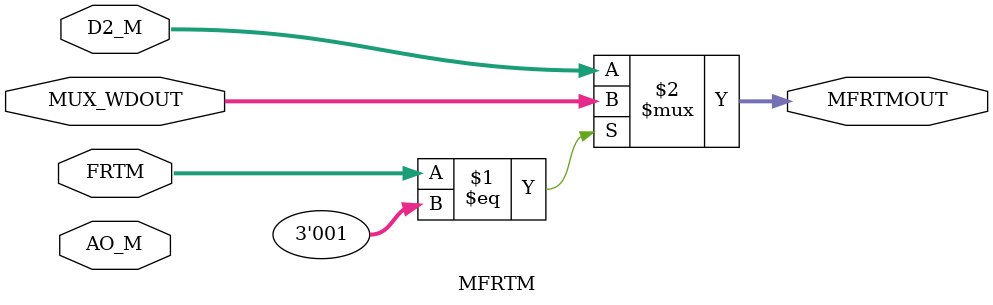
<source format=v>
`timescale 1ns / 1ps
module MFRTM(
	input [31:0] D2_M,AO_M,MUX_WDOUT,
	input [2:0] FRTM,
   output [31:0] MFRTMOUT 
	 );
	assign MFRTMOUT= FRTM==1? MUX_WDOUT:
										 D2_M;


endmodule

</source>
